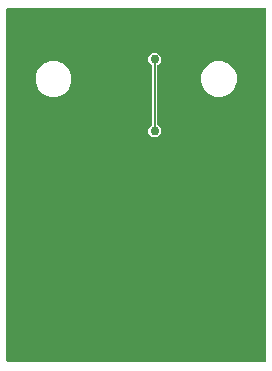
<source format=gbl>
G04 EAGLE Gerber RS-274X export*
G75*
%MOMM*%
%FSLAX34Y34*%
%LPD*%
%INBottom Copper*%
%IPPOS*%
%AMOC8*
5,1,8,0,0,1.08239X$1,22.5*%
G01*
%ADD10C,0.152400*%
%ADD11C,0.756400*%

G36*
X229098Y10164D02*
X229098Y10164D01*
X229117Y10162D01*
X229219Y10184D01*
X229321Y10200D01*
X229338Y10210D01*
X229358Y10214D01*
X229447Y10267D01*
X229538Y10316D01*
X229552Y10330D01*
X229569Y10340D01*
X229636Y10419D01*
X229708Y10494D01*
X229716Y10512D01*
X229729Y10527D01*
X229768Y10623D01*
X229811Y10717D01*
X229813Y10737D01*
X229821Y10755D01*
X229839Y10922D01*
X229839Y309078D01*
X229836Y309098D01*
X229838Y309117D01*
X229816Y309219D01*
X229800Y309321D01*
X229790Y309338D01*
X229786Y309358D01*
X229733Y309447D01*
X229684Y309538D01*
X229670Y309552D01*
X229660Y309569D01*
X229581Y309636D01*
X229506Y309708D01*
X229488Y309716D01*
X229473Y309729D01*
X229377Y309768D01*
X229283Y309811D01*
X229263Y309813D01*
X229245Y309821D01*
X229078Y309839D01*
X10922Y309839D01*
X10902Y309836D01*
X10883Y309838D01*
X10781Y309816D01*
X10679Y309800D01*
X10662Y309790D01*
X10642Y309786D01*
X10553Y309733D01*
X10462Y309684D01*
X10448Y309670D01*
X10431Y309660D01*
X10364Y309581D01*
X10292Y309506D01*
X10284Y309488D01*
X10271Y309473D01*
X10232Y309377D01*
X10189Y309283D01*
X10187Y309263D01*
X10179Y309245D01*
X10161Y309078D01*
X10161Y10922D01*
X10164Y10902D01*
X10162Y10883D01*
X10184Y10781D01*
X10200Y10679D01*
X10210Y10662D01*
X10214Y10642D01*
X10267Y10553D01*
X10316Y10462D01*
X10330Y10448D01*
X10340Y10431D01*
X10419Y10364D01*
X10494Y10292D01*
X10512Y10284D01*
X10527Y10271D01*
X10623Y10232D01*
X10717Y10189D01*
X10737Y10187D01*
X10755Y10179D01*
X10922Y10161D01*
X229078Y10161D01*
X229098Y10164D01*
G37*
%LPC*%
G36*
X186984Y234839D02*
X186984Y234839D01*
X181412Y237147D01*
X177147Y241412D01*
X174839Y246984D01*
X174839Y253016D01*
X177147Y258588D01*
X181412Y262853D01*
X186984Y265161D01*
X193016Y265161D01*
X198588Y262853D01*
X202853Y258588D01*
X205161Y253016D01*
X205161Y246984D01*
X202853Y241412D01*
X198588Y237147D01*
X193016Y234839D01*
X186984Y234839D01*
G37*
%LPD*%
%LPC*%
G36*
X46984Y234839D02*
X46984Y234839D01*
X41412Y237147D01*
X37147Y241412D01*
X34839Y246984D01*
X34839Y253016D01*
X37147Y258588D01*
X41412Y262853D01*
X46984Y265161D01*
X53016Y265161D01*
X58588Y262853D01*
X62853Y258588D01*
X65161Y253016D01*
X65161Y246984D01*
X62853Y241412D01*
X58588Y237147D01*
X53016Y234839D01*
X46984Y234839D01*
G37*
%LPD*%
%LPC*%
G36*
X133438Y200433D02*
X133438Y200433D01*
X130329Y203542D01*
X130329Y207938D01*
X133126Y210735D01*
X133179Y210809D01*
X133239Y210879D01*
X133251Y210909D01*
X133270Y210935D01*
X133297Y211022D01*
X133331Y211107D01*
X133335Y211148D01*
X133342Y211170D01*
X133341Y211202D01*
X133349Y211273D01*
X133349Y261167D01*
X133335Y261257D01*
X133327Y261348D01*
X133315Y261377D01*
X133310Y261409D01*
X133267Y261490D01*
X133231Y261574D01*
X133205Y261606D01*
X133194Y261627D01*
X133171Y261649D01*
X133126Y261705D01*
X130329Y264502D01*
X130329Y268898D01*
X133438Y272007D01*
X137834Y272007D01*
X140943Y268898D01*
X140943Y264502D01*
X138146Y261705D01*
X138093Y261631D01*
X138033Y261561D01*
X138021Y261531D01*
X138002Y261505D01*
X137975Y261418D01*
X137941Y261333D01*
X137937Y261292D01*
X137930Y261270D01*
X137931Y261238D01*
X137923Y261167D01*
X137923Y211273D01*
X137937Y211183D01*
X137945Y211092D01*
X137957Y211063D01*
X137962Y211031D01*
X138005Y210950D01*
X138041Y210866D01*
X138067Y210834D01*
X138078Y210813D01*
X138101Y210791D01*
X138146Y210735D01*
X140943Y207938D01*
X140943Y203542D01*
X137834Y200433D01*
X133438Y200433D01*
G37*
%LPD*%
D10*
X135636Y266700D02*
X135636Y205740D01*
D11*
X135636Y205740D03*
X135636Y266700D03*
X60000Y150000D03*
X180000Y150000D03*
X40000Y60000D03*
X200000Y60000D03*
X170000Y240000D03*
X70000Y240000D03*
M02*

</source>
